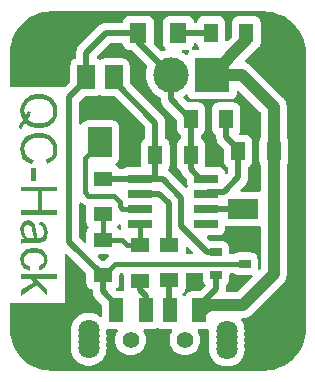
<source format=gbr>
%TF.GenerationSoftware,KiCad,Pcbnew,8.0.7*%
%TF.CreationDate,2025-05-21T10:55:58+00:00*%
%TF.ProjectId,QC-Hack_reDesign,51432d48-6163-46b5-9f72-654465736967,v1*%
%TF.SameCoordinates,Original*%
%TF.FileFunction,Copper,L1,Top*%
%TF.FilePolarity,Positive*%
%FSLAX46Y46*%
G04 Gerber Fmt 4.6, Leading zero omitted, Abs format (unit mm)*
G04 Created by KiCad (PCBNEW 8.0.7) date 2025-05-21 10:55:58*
%MOMM*%
%LPD*%
G01*
G04 APERTURE LIST*
%ADD10C,0.187500*%
%TA.AperFunction,NonConductor*%
%ADD11C,0.187500*%
%TD*%
%TA.AperFunction,ComponentPad*%
%ADD12C,1.400000*%
%TD*%
%TA.AperFunction,SMDPad,CuDef*%
%ADD13R,1.200000X2.000000*%
%TD*%
%TA.AperFunction,ComponentPad*%
%ADD14C,1.800000*%
%TD*%
%TA.AperFunction,SMDPad,CuDef*%
%ADD15R,1.600000X1.200000*%
%TD*%
%TA.AperFunction,SMDPad,CuDef*%
%ADD16R,1.200000X1.600000*%
%TD*%
%TA.AperFunction,SMDPad,CuDef*%
%ADD17R,2.500000X1.700000*%
%TD*%
%TA.AperFunction,SMDPad,CuDef*%
%ADD18R,1.400000X1.700000*%
%TD*%
%TA.AperFunction,ComponentPad*%
%ADD19R,3.000000X3.000000*%
%TD*%
%TA.AperFunction,ComponentPad*%
%ADD20C,3.000000*%
%TD*%
%TA.AperFunction,SMDPad,CuDef*%
%ADD21R,2.000000X0.800000*%
%TD*%
%TA.AperFunction,SMDPad,CuDef*%
%ADD22R,1.500000X2.000000*%
%TD*%
%TA.AperFunction,SMDPad,CuDef*%
%ADD23R,2.000000X2.500000*%
%TD*%
%TA.AperFunction,SMDPad,CuDef*%
%ADD24R,1.000000X0.700000*%
%TD*%
%TA.AperFunction,Conductor*%
%ADD25C,0.500000*%
%TD*%
%TA.AperFunction,Conductor*%
%ADD26C,0.400000*%
%TD*%
%TA.AperFunction,Conductor*%
%ADD27C,1.000000*%
%TD*%
G04 APERTURE END LIST*
D10*
D11*
G36*
X27148945Y-29938079D02*
G01*
X27308880Y-29957167D01*
X27463148Y-29988981D01*
X27611748Y-30033520D01*
X27754682Y-30090784D01*
X27801067Y-30112700D01*
X27933096Y-30186228D01*
X28071501Y-30285619D01*
X28193077Y-30399666D01*
X28297823Y-30528370D01*
X28362337Y-30629274D01*
X28437425Y-30779560D01*
X28494071Y-30937420D01*
X28532274Y-31102854D01*
X28550340Y-31250682D01*
X28555045Y-31378122D01*
X28548012Y-31532107D01*
X28526915Y-31680270D01*
X28491753Y-31822611D01*
X28432953Y-31981317D01*
X28355010Y-32132100D01*
X28259851Y-32271562D01*
X28149405Y-32395668D01*
X28023672Y-32504416D01*
X27882652Y-32597806D01*
X27795205Y-32644277D01*
X27657321Y-32704289D01*
X27512945Y-32751885D01*
X27362077Y-32787065D01*
X27204718Y-32809828D01*
X27040867Y-32820175D01*
X26984808Y-32820865D01*
X26824288Y-32815430D01*
X26670991Y-32799126D01*
X26524917Y-32771953D01*
X26366819Y-32727589D01*
X26309965Y-32707292D01*
X26165342Y-32643316D01*
X26030429Y-32564959D01*
X25905224Y-32472223D01*
X25789727Y-32365108D01*
X25699510Y-32501578D01*
X25622299Y-32632554D01*
X25550982Y-32773332D01*
X25506894Y-32878018D01*
X25225526Y-32760781D01*
X25284371Y-32618519D01*
X25356399Y-32476397D01*
X25441610Y-32334415D01*
X25525141Y-32212827D01*
X25602149Y-32111584D01*
X25528488Y-31961397D01*
X25472920Y-31804479D01*
X25435443Y-31640828D01*
X25417720Y-31495199D01*
X25413483Y-31380321D01*
X25753091Y-31380321D01*
X25764528Y-31537388D01*
X25798841Y-31687654D01*
X25834424Y-31784054D01*
X25916512Y-31652669D01*
X25980417Y-31516436D01*
X26022735Y-31388381D01*
X26304103Y-31485101D01*
X26256198Y-31630874D01*
X26190115Y-31783133D01*
X26111942Y-31920096D01*
X26021679Y-32041763D01*
X26009546Y-32055896D01*
X26118961Y-32157430D01*
X26244334Y-32241755D01*
X26385663Y-32308870D01*
X26542949Y-32358776D01*
X26716192Y-32391474D01*
X26866276Y-32405241D01*
X26985540Y-32408339D01*
X27142975Y-32402378D01*
X27291503Y-32384496D01*
X27450345Y-32349463D01*
X27597555Y-32298859D01*
X27632540Y-32283775D01*
X27763240Y-32214257D01*
X27891666Y-32118752D01*
X28000387Y-32004932D01*
X28061919Y-31918876D01*
X28135946Y-31779405D01*
X28185747Y-31630544D01*
X28211320Y-31472294D01*
X28215059Y-31380321D01*
X28204188Y-31217818D01*
X28171576Y-31066083D01*
X28117222Y-30925116D01*
X28041127Y-30794916D01*
X27943291Y-30675484D01*
X27905847Y-30638066D01*
X27779452Y-30537963D01*
X27631624Y-30458571D01*
X27492062Y-30408232D01*
X27337616Y-30372275D01*
X27168287Y-30350701D01*
X26984075Y-30343510D01*
X26804907Y-30350629D01*
X26639263Y-30371989D01*
X26487143Y-30407588D01*
X26348547Y-30457426D01*
X26200084Y-30536028D01*
X26071095Y-30635136D01*
X25963023Y-30750188D01*
X25877311Y-30876627D01*
X25813959Y-31014451D01*
X25772966Y-31163662D01*
X25754333Y-31324258D01*
X25753091Y-31380321D01*
X25413483Y-31380321D01*
X25413105Y-31370062D01*
X25420086Y-31218868D01*
X25441029Y-31073032D01*
X25483108Y-30909663D01*
X25544192Y-30753586D01*
X25611674Y-30625610D01*
X25706548Y-30487079D01*
X25816778Y-30363205D01*
X25942366Y-30253986D01*
X26083311Y-30159423D01*
X26170746Y-30111967D01*
X26309155Y-30050710D01*
X26454003Y-30002127D01*
X26605291Y-29966217D01*
X26763020Y-29942982D01*
X26927188Y-29932420D01*
X26983342Y-29931716D01*
X27148945Y-29938079D01*
G37*
G36*
X26538576Y-35496057D02*
G01*
X26437459Y-35896127D01*
X26287093Y-35851841D01*
X26148318Y-35797752D01*
X25997090Y-35719905D01*
X25862554Y-35627942D01*
X25744710Y-35521863D01*
X25675422Y-35443300D01*
X25586275Y-35315900D01*
X25515572Y-35178247D01*
X25463314Y-35030342D01*
X25429500Y-34872184D01*
X25414130Y-34703774D01*
X25413105Y-34645359D01*
X25417989Y-34497085D01*
X25436742Y-34330916D01*
X25469560Y-34177575D01*
X25516443Y-34037063D01*
X25588917Y-33889346D01*
X25613140Y-33850348D01*
X25709210Y-33723649D01*
X25822391Y-33610904D01*
X25952682Y-33512113D01*
X26100084Y-33427278D01*
X26191995Y-33385066D01*
X26336286Y-33330781D01*
X26484491Y-33287727D01*
X26636613Y-33255905D01*
X26792650Y-33235314D01*
X26952602Y-33225955D01*
X27006789Y-33225331D01*
X27180566Y-33231668D01*
X27345791Y-33250679D01*
X27502463Y-33282364D01*
X27650583Y-33326722D01*
X27790151Y-33383755D01*
X27834773Y-33405582D01*
X27981152Y-33491735D01*
X28111263Y-33592474D01*
X28225105Y-33707798D01*
X28322678Y-33837709D01*
X28371130Y-33918492D01*
X28442792Y-34067507D01*
X28496853Y-34222832D01*
X28533313Y-34384469D01*
X28552171Y-34552417D01*
X28555045Y-34651221D01*
X28546827Y-34816231D01*
X28522175Y-34971091D01*
X28481088Y-35115802D01*
X28412381Y-35271804D01*
X28321304Y-35413991D01*
X28209927Y-35540295D01*
X28080317Y-35648647D01*
X27954711Y-35727233D01*
X27815710Y-35792629D01*
X27663314Y-35844836D01*
X27570258Y-35450628D01*
X27708954Y-35400228D01*
X27845997Y-35331466D01*
X27972800Y-35239877D01*
X28061186Y-35145812D01*
X28142330Y-35010773D01*
X28193420Y-34855698D01*
X28213706Y-34699000D01*
X28215059Y-34643161D01*
X28206995Y-34496325D01*
X28178029Y-34341823D01*
X28127997Y-34201516D01*
X28046531Y-34060642D01*
X27942635Y-33940117D01*
X27820539Y-33841501D01*
X27680244Y-33764794D01*
X27594438Y-33731646D01*
X27451510Y-33690293D01*
X27306292Y-33660755D01*
X27158785Y-33643032D01*
X27008988Y-33637124D01*
X26843499Y-33642489D01*
X26687477Y-33658582D01*
X26540922Y-33685405D01*
X26385023Y-33729197D01*
X26329748Y-33749232D01*
X26194148Y-33813391D01*
X26063384Y-33904073D01*
X25955687Y-34014345D01*
X25896706Y-34098743D01*
X25827283Y-34235355D01*
X25780580Y-34378110D01*
X25756597Y-34527010D01*
X25753091Y-34612386D01*
X25765456Y-34773770D01*
X25802550Y-34922330D01*
X25864374Y-35058068D01*
X25950928Y-35180983D01*
X26061844Y-35288053D01*
X26196758Y-35376256D01*
X26334492Y-35437955D01*
X26490599Y-35485209D01*
X26538576Y-35496057D01*
G37*
G36*
X26350997Y-36179692D02*
G01*
X26726154Y-36179692D01*
X26726154Y-37319085D01*
X26350997Y-37319085D01*
X26350997Y-36179692D01*
G37*
G36*
X25460000Y-37781437D02*
G01*
X28508150Y-37781437D01*
X28508150Y-38181507D01*
X27241995Y-38181507D01*
X27241995Y-39751744D01*
X28508150Y-39751744D01*
X28508150Y-40151814D01*
X25460000Y-40151814D01*
X25460000Y-39751744D01*
X26890286Y-39751744D01*
X26890286Y-38181507D01*
X25460000Y-38181507D01*
X25460000Y-37781437D01*
G37*
G36*
X26192402Y-40642722D02*
G01*
X26334529Y-40695387D01*
X26342937Y-40699895D01*
X26464204Y-40784342D01*
X26558360Y-40891137D01*
X26633609Y-41025736D01*
X26681458Y-41158583D01*
X26711979Y-41306016D01*
X26734481Y-41461177D01*
X26737878Y-41488311D01*
X26758933Y-41648426D01*
X26785319Y-41814195D01*
X26817880Y-41975911D01*
X26857576Y-42122479D01*
X26866838Y-42149965D01*
X26963558Y-42151430D01*
X27113619Y-42136695D01*
X27248741Y-42076836D01*
X27280830Y-42046650D01*
X27357183Y-41920563D01*
X27396215Y-41770768D01*
X27406127Y-41623866D01*
X27397540Y-41473756D01*
X27364567Y-41328951D01*
X27318199Y-41237718D01*
X27206143Y-41135107D01*
X27061103Y-41069098D01*
X27007522Y-41053070D01*
X27057348Y-40690369D01*
X27202200Y-40732070D01*
X27336718Y-40794547D01*
X27421514Y-40853035D01*
X27523987Y-40961880D01*
X27599687Y-41091762D01*
X27635471Y-41180565D01*
X27678439Y-41336216D01*
X27702024Y-41491692D01*
X27710647Y-41642999D01*
X27710942Y-41678087D01*
X27705667Y-41827244D01*
X27687435Y-41973532D01*
X27648366Y-42122064D01*
X27644263Y-42133112D01*
X27579969Y-42268532D01*
X27484174Y-42385080D01*
X27477934Y-42390300D01*
X27348078Y-42467683D01*
X27223677Y-42506071D01*
X27068061Y-42520883D01*
X26910479Y-42524317D01*
X26880027Y-42524389D01*
X26382505Y-42524389D01*
X26229269Y-42524961D01*
X26070038Y-42527160D01*
X25918258Y-42531808D01*
X25764929Y-42542341D01*
X25724515Y-42547836D01*
X25581254Y-42586556D01*
X25460000Y-42642358D01*
X25460000Y-42254745D01*
X25606059Y-42202838D01*
X25736971Y-42180739D01*
X25645459Y-42066082D01*
X25563084Y-41941403D01*
X25495943Y-41807563D01*
X25486378Y-41783600D01*
X25441727Y-41636803D01*
X25417684Y-41482174D01*
X25416884Y-41463398D01*
X25706196Y-41463398D01*
X25719488Y-41617614D01*
X25763888Y-41769334D01*
X25800718Y-41844417D01*
X25889601Y-41965522D01*
X26011016Y-42063216D01*
X26060837Y-42089881D01*
X26206402Y-42133007D01*
X26361340Y-42148498D01*
X26435994Y-42149965D01*
X26573747Y-42149965D01*
X26525275Y-42003891D01*
X26489898Y-41858696D01*
X26461423Y-41710989D01*
X26435261Y-41543998D01*
X26408849Y-41391293D01*
X26370106Y-41246029D01*
X26359790Y-41220132D01*
X26270829Y-41098380D01*
X26237424Y-41073586D01*
X26094356Y-41024099D01*
X26057906Y-41022295D01*
X25911799Y-41053935D01*
X25806580Y-41134403D01*
X25734527Y-41262892D01*
X25707765Y-41410974D01*
X25706196Y-41463398D01*
X25416884Y-41463398D01*
X25413105Y-41374738D01*
X25421625Y-41224977D01*
X25452228Y-41073314D01*
X25513260Y-40927544D01*
X25591158Y-40820062D01*
X25712101Y-40718053D01*
X25852364Y-40653825D01*
X26011947Y-40627378D01*
X26046182Y-40626622D01*
X26192402Y-40642722D01*
G37*
G36*
X26257208Y-44516678D02*
G01*
X26209581Y-44881577D01*
X26053839Y-44846384D01*
X25913596Y-44793380D01*
X25772294Y-44710994D01*
X25651233Y-44605344D01*
X25624131Y-44575296D01*
X25531807Y-44445145D01*
X25465861Y-44300889D01*
X25426294Y-44142528D01*
X25413311Y-43992392D01*
X25413105Y-43970062D01*
X25423460Y-43807809D01*
X25454527Y-43657920D01*
X25506305Y-43520396D01*
X25592888Y-43375579D01*
X25689540Y-43264845D01*
X25707662Y-43247592D01*
X25827386Y-43154959D01*
X25965090Y-43081492D01*
X26120775Y-43027190D01*
X26264247Y-42996578D01*
X26420206Y-42979276D01*
X26553963Y-42975017D01*
X26705482Y-42980627D01*
X26868171Y-43000777D01*
X27019685Y-43035582D01*
X27160026Y-43085041D01*
X27176782Y-43092254D01*
X27316614Y-43168233D01*
X27435232Y-43263454D01*
X27532637Y-43377919D01*
X27577585Y-43449825D01*
X27642049Y-43588317D01*
X27685416Y-43733417D01*
X27707686Y-43885124D01*
X27710942Y-43972260D01*
X27702281Y-44122136D01*
X27671175Y-44278139D01*
X27617445Y-44417838D01*
X27529958Y-44555512D01*
X27416156Y-44670357D01*
X27278360Y-44759351D01*
X27135730Y-44816756D01*
X27016315Y-44846406D01*
X26960628Y-44485903D01*
X27100190Y-44440786D01*
X27231417Y-44363354D01*
X27294019Y-44302721D01*
X27374487Y-44168372D01*
X27405141Y-44021191D01*
X27406127Y-43986915D01*
X27390130Y-43837404D01*
X27334831Y-43690858D01*
X27240035Y-43564921D01*
X27203893Y-43531158D01*
X27071532Y-43446504D01*
X26922639Y-43394515D01*
X26768241Y-43366981D01*
X26617983Y-43356720D01*
X26564221Y-43356036D01*
X26406235Y-43361986D01*
X26243472Y-43383970D01*
X26085878Y-43428930D01*
X25944823Y-43504800D01*
X25918688Y-43525296D01*
X25812814Y-43641102D01*
X25746153Y-43776943D01*
X25718704Y-43932819D01*
X25717920Y-43966399D01*
X25736467Y-44119963D01*
X25798420Y-44263300D01*
X25849811Y-44330565D01*
X25969269Y-44425430D01*
X26113892Y-44485959D01*
X26257208Y-44516678D01*
G37*
G36*
X25460000Y-45189323D02*
G01*
X28508150Y-45189323D01*
X28508150Y-45560083D01*
X26767187Y-45560083D01*
X27664047Y-46437892D01*
X27664047Y-46917829D01*
X26846322Y-46081053D01*
X25460000Y-47002826D01*
X25460000Y-46544870D01*
X26586936Y-45821667D01*
X26333412Y-45560083D01*
X25460000Y-45560083D01*
X25460000Y-45189323D01*
G37*
D12*
%TO.P,P1,*%
%TO.N,*%
X34750000Y-50750000D03*
X39350000Y-50750000D03*
D13*
%TO.P,P1,1,5V*%
%TO.N,VBUS*%
X40550000Y-48250000D03*
%TO.P,P1,2,D-*%
%TO.N,Net-(P1-D-)*%
X38050000Y-48250000D03*
%TO.P,P1,3,D+*%
%TO.N,Net-(P1-D+)*%
X36050000Y-48250000D03*
%TO.P,P1,4,GND*%
%TO.N,GND*%
X33550000Y-48250000D03*
D14*
%TO.P,P1,5,SHIELD*%
%TO.N,unconnected-(P1-SHIELD-Pad5)_1*%
X31200000Y-49950000D03*
%TO.N,unconnected-(P1-SHIELD-Pad5)_6*%
X31200000Y-50450000D03*
%TO.N,unconnected-(P1-SHIELD-Pad5)_5*%
X31200000Y-50950000D03*
%TO.N,unconnected-(P1-SHIELD-Pad5)_7*%
X31200000Y-51450000D03*
%TO.N,unconnected-(P1-SHIELD-Pad5)_4*%
X42900000Y-50000000D03*
%TO.N,unconnected-(P1-SHIELD-Pad5)_3*%
X42900000Y-50500000D03*
%TO.N,unconnected-(P1-SHIELD-Pad5)*%
X42900000Y-51000000D03*
%TO.N,unconnected-(P1-SHIELD-Pad5)_2*%
X42900000Y-51500000D03*
%TD*%
D15*
%TO.P,R3,1*%
%TO.N,D+*%
X35550000Y-42750000D03*
%TO.P,R3,2*%
%TO.N,Net-(P1-D+)*%
X35550000Y-45750000D03*
%TD*%
D16*
%TO.P,C1,1*%
%TO.N,+3.3V*%
X36850000Y-35100000D03*
%TO.P,C1,2*%
%TO.N,GND*%
X39850000Y-35100000D03*
%TD*%
D15*
%TO.P,R1,1*%
%TO.N,D+*%
X32400000Y-42300000D03*
%TO.P,R1,2*%
%TO.N,GND*%
X32400000Y-45300000D03*
%TD*%
D16*
%TO.P,R5,1*%
%TO.N,VBUS*%
X44550000Y-24750000D03*
%TO.P,R5,2*%
%TO.N,Net-(D1-A)*%
X41550000Y-24750000D03*
%TD*%
D17*
%TO.P,J4,1,Pin_1*%
%TO.N,UPDI*%
X44250000Y-39650000D03*
%TD*%
D18*
%TO.P,D1,1,K*%
%TO.N,GND*%
X35400000Y-24750000D03*
%TO.P,D1,2,A*%
%TO.N,Net-(D1-A)*%
X38800000Y-24750000D03*
%TD*%
D15*
%TO.P,R2,1*%
%TO.N,+3.3V*%
X32400000Y-37100000D03*
%TO.P,R2,2*%
%TO.N,D+*%
X32400000Y-40100000D03*
%TD*%
D19*
%TO.P,J2,1,Pin_1*%
%TO.N,VBUS*%
X41650000Y-28300000D03*
D20*
%TO.P,J2,2,Pin_2*%
%TO.N,GND*%
X38150000Y-28300000D03*
%TD*%
D15*
%TO.P,R4,1*%
%TO.N,D-*%
X38000000Y-42700000D03*
%TO.P,R4,2*%
%TO.N,Net-(P1-D-)*%
X38000000Y-45700000D03*
%TD*%
D16*
%TO.P,R6,1*%
%TO.N,VBUS*%
X46850000Y-34800000D03*
%TO.P,R6,2*%
%TO.N,SENSE*%
X43850000Y-34800000D03*
%TD*%
D21*
%TO.P,U1,1,VCC*%
%TO.N,+3.3V*%
X35550000Y-37100000D03*
%TO.P,U1,2,DAC*%
%TO.N,D-*%
X35550000Y-38370000D03*
%TO.P,U1,3,PA7*%
%TO.N,REG*%
X35550000Y-39640000D03*
%TO.P,U1,4,PA1*%
%TO.N,D+*%
X35550000Y-40910000D03*
%TO.P,U1,5,PA2*%
%TO.N,unconnected-(U1-PA2-Pad5)*%
X41150000Y-40910000D03*
%TO.P,U1,6,UPDI*%
%TO.N,UPDI*%
X41150000Y-39640000D03*
%TO.P,U1,7,PA3*%
%TO.N,SENSE*%
X41150000Y-38370000D03*
%TO.P,U1,8,GND*%
%TO.N,GND*%
X41150000Y-37100000D03*
%TD*%
D22*
%TO.P,RV1,1,1*%
%TO.N,GND*%
X30995000Y-28525000D03*
D23*
%TO.P,RV1,2,2*%
%TO.N,REG*%
X32155000Y-34025000D03*
D22*
%TO.P,RV1,3,3*%
%TO.N,+3.3V*%
X33305000Y-28525000D03*
%TD*%
D16*
%TO.P,R7,1*%
%TO.N,SENSE*%
X42850000Y-32050000D03*
%TO.P,R7,2*%
%TO.N,GND*%
X39850000Y-32050000D03*
%TD*%
D24*
%TO.P,U3,1,VO*%
%TO.N,+3.3V*%
X42000000Y-43350000D03*
%TO.P,U3,2,VI*%
%TO.N,VBUS*%
X42000000Y-45250000D03*
%TO.P,U3,3,GND*%
%TO.N,GND*%
X44400000Y-44300000D03*
%TD*%
D25*
%TO.N,+3.3V*%
X41250000Y-43350000D02*
X39050000Y-41150000D01*
X33305000Y-28805000D02*
X36850000Y-32350000D01*
X36850000Y-35100000D02*
X36850000Y-37100000D01*
X42000000Y-43350000D02*
X41250000Y-43350000D01*
X33305000Y-28525000D02*
X33305000Y-28805000D01*
X36850000Y-37100000D02*
X35550000Y-37100000D01*
X39050000Y-38700000D02*
X37450000Y-37100000D01*
X36850000Y-32350000D02*
X36850000Y-35100000D01*
X32400000Y-37100000D02*
X35550000Y-37100000D01*
X39050000Y-41150000D02*
X39050000Y-38700000D01*
X37450000Y-37100000D02*
X36850000Y-37100000D01*
%TO.N,GND*%
X40650000Y-37100000D02*
X39850000Y-36300000D01*
X35400000Y-25550000D02*
X35400000Y-24750000D01*
X29550000Y-42450000D02*
X32400000Y-45300000D01*
X39850000Y-36300000D02*
X39850000Y-35100000D01*
D26*
X33400000Y-44300000D02*
X32400000Y-45300000D01*
D25*
X38150000Y-30400000D02*
X38150000Y-28300000D01*
X30995000Y-28525000D02*
X30995000Y-28755000D01*
X39850000Y-32050000D02*
X39800000Y-32050000D01*
X32400000Y-46650000D02*
X32400000Y-45300000D01*
X41150000Y-37100000D02*
X40650000Y-37100000D01*
X30995000Y-28525000D02*
X30995000Y-26455000D01*
X33550000Y-48250000D02*
X33550000Y-47800000D01*
D26*
X44400000Y-44300000D02*
X33400000Y-44300000D01*
D25*
X29550000Y-30200000D02*
X29550000Y-42450000D01*
X39800000Y-32050000D02*
X38150000Y-30400000D01*
X30995000Y-26455000D02*
X32700000Y-24750000D01*
X38150000Y-28300000D02*
X35400000Y-25550000D01*
X39850000Y-32050000D02*
X39850000Y-35100000D01*
X30995000Y-28755000D02*
X29550000Y-30200000D01*
X32700000Y-24750000D02*
X35400000Y-24750000D01*
X33550000Y-47800000D02*
X32400000Y-46650000D01*
%TO.N,Net-(D1-A)*%
X41550000Y-24750000D02*
X38800000Y-24750000D01*
D26*
%TO.N,Net-(P1-D-)*%
X38000000Y-48200000D02*
X38050000Y-48250000D01*
D25*
X38000000Y-45700000D02*
X38000000Y-48200000D01*
%TO.N,Net-(P1-D+)*%
X35550000Y-46500000D02*
X35550000Y-45750000D01*
X36050000Y-48250000D02*
X36050000Y-47000000D01*
X36050000Y-47000000D02*
X35550000Y-46500000D01*
%TO.N,UPDI*%
X44240000Y-39640000D02*
X44250000Y-39650000D01*
X41150000Y-39640000D02*
X44240000Y-39640000D01*
D27*
%TO.N,VBUS*%
X46850000Y-34800000D02*
X46850000Y-31000000D01*
X46850000Y-45200000D02*
X44250000Y-47800000D01*
X44550000Y-25400000D02*
X44550000Y-24750000D01*
D25*
X40550000Y-48250000D02*
X40550000Y-47900000D01*
D27*
X40900000Y-48250000D02*
X40550000Y-48250000D01*
X46850000Y-34800000D02*
X46850000Y-45200000D01*
X46850000Y-31000000D02*
X44150000Y-28300000D01*
X41650000Y-28300000D02*
X44550000Y-25400000D01*
X41350000Y-47800000D02*
X40900000Y-48250000D01*
X44150000Y-28300000D02*
X41650000Y-28300000D01*
D25*
X42000000Y-46450000D02*
X42000000Y-45250000D01*
D27*
X44250000Y-47800000D02*
X41350000Y-47800000D01*
D25*
X40550000Y-47900000D02*
X42000000Y-46450000D01*
D26*
%TO.N,D+*%
X32400000Y-40100000D02*
X32400000Y-42300000D01*
X34000000Y-42300000D02*
X34450000Y-42750000D01*
X32400000Y-42300000D02*
X34000000Y-42300000D01*
X34450000Y-42750000D02*
X35550000Y-42750000D01*
X35550000Y-42750000D02*
X35550000Y-40910000D01*
D25*
%TO.N,D-*%
X38000000Y-42700000D02*
X38000000Y-39200000D01*
X38000000Y-39200000D02*
X37170000Y-38370000D01*
X37170000Y-38370000D02*
X35550000Y-38370000D01*
%TO.N,SENSE*%
X43850000Y-34800000D02*
X43850000Y-37000000D01*
X42650000Y-38200000D02*
X41320000Y-38200000D01*
X41320000Y-38200000D02*
X41150000Y-38370000D01*
X42850000Y-33600000D02*
X42850000Y-32050000D01*
X43850000Y-34800000D02*
X43850000Y-34600000D01*
X43850000Y-34600000D02*
X42850000Y-33600000D01*
X43850000Y-37000000D02*
X42650000Y-38200000D01*
D26*
%TO.N,REG*%
X35550000Y-39640000D02*
X34040000Y-39640000D01*
X31150000Y-38550000D02*
X30850000Y-38250000D01*
X30850000Y-38250000D02*
X30850000Y-35330000D01*
X33300000Y-38550000D02*
X31150000Y-38550000D01*
X33850000Y-39450000D02*
X33850000Y-39100000D01*
X33850000Y-39100000D02*
X33300000Y-38550000D01*
X34040000Y-39640000D02*
X33850000Y-39450000D01*
X30850000Y-35330000D02*
X32155000Y-34025000D01*
%TD*%
%TA.AperFunction,NonConductor*%
G36*
X40309261Y-25620185D02*
G01*
X40355016Y-25672989D01*
X40362487Y-25699009D01*
X40362853Y-25698912D01*
X40364956Y-25706762D01*
X40425464Y-25852841D01*
X40521718Y-25978282D01*
X40521720Y-25978283D01*
X40521722Y-25978286D01*
X40527465Y-25984029D01*
X40526184Y-25985309D01*
X40561410Y-26033543D01*
X40565570Y-26103289D01*
X40531362Y-26164212D01*
X40469648Y-26196969D01*
X40444724Y-26199500D01*
X40110643Y-26199500D01*
X40058443Y-26206372D01*
X39989408Y-26195604D01*
X39937154Y-26149223D01*
X39918270Y-26081953D01*
X39938752Y-26015153D01*
X39943871Y-26007964D01*
X40024536Y-25902841D01*
X40085044Y-25756762D01*
X40091422Y-25708314D01*
X40119688Y-25644418D01*
X40178013Y-25605947D01*
X40214361Y-25600500D01*
X40242222Y-25600500D01*
X40309261Y-25620185D01*
G37*
%TD.AperFunction*%
%TA.AperFunction,NonConductor*%
G36*
X39660589Y-26204394D02*
G01*
X39712844Y-26250774D01*
X39731729Y-26318043D01*
X39711248Y-26384843D01*
X39706114Y-26392053D01*
X39625464Y-26497157D01*
X39597649Y-26564310D01*
X39553808Y-26618713D01*
X39487514Y-26640778D01*
X39419814Y-26623499D01*
X39404833Y-26613045D01*
X39364153Y-26579949D01*
X39364149Y-26579946D01*
X39155480Y-26453051D01*
X39118625Y-26430639D01*
X39118624Y-26430638D01*
X39118309Y-26430447D01*
X39071257Y-26378795D01*
X39059600Y-26309905D01*
X39087038Y-26245648D01*
X39144860Y-26206426D01*
X39182738Y-26200499D01*
X39539361Y-26200499D01*
X39566175Y-26196969D01*
X39591553Y-26193628D01*
X39660589Y-26204394D01*
G37*
%TD.AperFunction*%
%TA.AperFunction,NonConductor*%
G36*
X32208127Y-30017913D02*
G01*
X32225481Y-30029065D01*
X32252159Y-30049536D01*
X32252162Y-30049537D01*
X32252163Y-30049538D01*
X32325198Y-30079790D01*
X32398238Y-30110044D01*
X32515639Y-30125500D01*
X33371348Y-30125499D01*
X33438387Y-30145183D01*
X33459029Y-30161818D01*
X35963181Y-32665969D01*
X35996666Y-32727292D01*
X35999500Y-32753650D01*
X35999500Y-33674151D01*
X35979815Y-33741190D01*
X35950987Y-33772527D01*
X35821718Y-33871718D01*
X35725463Y-33997160D01*
X35664956Y-34143237D01*
X35664955Y-34143239D01*
X35649501Y-34260629D01*
X35649501Y-34260636D01*
X35649500Y-34260645D01*
X35649500Y-35939359D01*
X35652128Y-35959320D01*
X35641359Y-36028355D01*
X35594977Y-36080609D01*
X35529188Y-36099500D01*
X34510636Y-36099500D01*
X34393246Y-36114953D01*
X34393237Y-36114956D01*
X34247157Y-36175464D01*
X34184067Y-36223876D01*
X34118898Y-36249070D01*
X34108581Y-36249500D01*
X33825849Y-36249500D01*
X33758810Y-36229815D01*
X33727473Y-36200987D01*
X33714362Y-36183900D01*
X33628282Y-36071718D01*
X33502841Y-35975464D01*
X33502839Y-35975463D01*
X33496392Y-35970516D01*
X33498007Y-35968411D01*
X33458833Y-35927330D01*
X33445606Y-35858724D01*
X33471570Y-35793858D01*
X33493555Y-35772131D01*
X33583282Y-35703282D01*
X33679536Y-35577841D01*
X33740044Y-35431762D01*
X33755500Y-35314361D01*
X33755499Y-32735640D01*
X33755499Y-32735639D01*
X33755499Y-32735636D01*
X33740046Y-32618246D01*
X33740044Y-32618241D01*
X33740044Y-32618238D01*
X33679536Y-32472159D01*
X33583282Y-32346718D01*
X33457841Y-32250464D01*
X33311762Y-32189956D01*
X33311760Y-32189955D01*
X33194370Y-32174501D01*
X33194367Y-32174500D01*
X33194361Y-32174500D01*
X33194354Y-32174500D01*
X31115636Y-32174500D01*
X30998246Y-32189953D01*
X30998237Y-32189956D01*
X30852160Y-32250463D01*
X30831608Y-32266233D01*
X30726718Y-32346718D01*
X30648816Y-32448243D01*
X30625516Y-32478608D01*
X30623866Y-32477342D01*
X30581314Y-32517912D01*
X30512706Y-32531131D01*
X30447843Y-32505159D01*
X30407318Y-32448243D01*
X30400500Y-32407693D01*
X30400500Y-30603650D01*
X30420185Y-30536611D01*
X30436815Y-30515973D01*
X30790970Y-30161817D01*
X30852293Y-30128333D01*
X30878651Y-30125499D01*
X31784363Y-30125499D01*
X31901753Y-30110046D01*
X31901757Y-30110044D01*
X31901762Y-30110044D01*
X32047836Y-30049538D01*
X32047837Y-30049538D01*
X32047837Y-30049537D01*
X32047841Y-30049536D01*
X32074514Y-30029068D01*
X32139682Y-30003875D01*
X32208127Y-30017913D01*
G37*
%TD.AperFunction*%
%TA.AperFunction,NonConductor*%
G36*
X34052678Y-25620185D02*
G01*
X34098433Y-25672989D01*
X34108578Y-25708317D01*
X34114953Y-25756753D01*
X34114956Y-25756762D01*
X34175464Y-25902841D01*
X34271718Y-26028282D01*
X34397159Y-26124536D01*
X34543238Y-26185044D01*
X34660639Y-26200500D01*
X34796347Y-26200499D01*
X34863387Y-26220183D01*
X34884029Y-26236818D01*
X36134533Y-27487322D01*
X36168018Y-27548645D01*
X36163693Y-27616527D01*
X36122665Y-27731970D01*
X36064201Y-28013319D01*
X36044592Y-28300000D01*
X36064201Y-28586680D01*
X36122666Y-28868034D01*
X36122667Y-28868037D01*
X36218894Y-29138793D01*
X36218893Y-29138793D01*
X36351098Y-29393935D01*
X36516812Y-29628700D01*
X36554005Y-29668523D01*
X36712947Y-29838708D01*
X36935853Y-30020055D01*
X37181375Y-30169361D01*
X37224900Y-30188266D01*
X37278548Y-30233029D01*
X37299478Y-30299689D01*
X37299500Y-30302001D01*
X37299500Y-30483771D01*
X37332183Y-30648079D01*
X37332771Y-30649498D01*
X37332779Y-30649518D01*
X37396292Y-30802856D01*
X37396299Y-30802869D01*
X37489372Y-30942161D01*
X37489375Y-30942165D01*
X38613181Y-32065969D01*
X38646666Y-32127292D01*
X38649500Y-32153650D01*
X38649500Y-32889363D01*
X38664953Y-33006753D01*
X38664956Y-33006762D01*
X38725464Y-33152841D01*
X38821718Y-33278282D01*
X38947159Y-33374536D01*
X38947160Y-33374536D01*
X38950986Y-33377472D01*
X38992189Y-33433900D01*
X38999500Y-33475848D01*
X38999500Y-33674151D01*
X38979815Y-33741190D01*
X38950987Y-33772527D01*
X38821718Y-33871718D01*
X38725463Y-33997160D01*
X38664956Y-34143237D01*
X38664955Y-34143239D01*
X38649501Y-34260629D01*
X38649501Y-34260636D01*
X38649500Y-34260645D01*
X38649500Y-35939363D01*
X38664953Y-36056753D01*
X38664956Y-36056762D01*
X38689059Y-36114953D01*
X38725464Y-36202841D01*
X38821718Y-36328282D01*
X38947159Y-36424536D01*
X38947160Y-36424536D01*
X38947161Y-36424537D01*
X38951801Y-36426459D01*
X39006205Y-36470299D01*
X39025966Y-36516827D01*
X39031218Y-36543231D01*
X39032181Y-36548073D01*
X39032185Y-36548086D01*
X39096296Y-36702863D01*
X39096297Y-36702866D01*
X39189372Y-36842161D01*
X39189375Y-36842165D01*
X39513181Y-37165970D01*
X39546666Y-37227293D01*
X39549500Y-37253651D01*
X39549500Y-37539363D01*
X39564954Y-37656755D01*
X39564955Y-37656760D01*
X39577705Y-37687541D01*
X39585174Y-37757011D01*
X39553898Y-37819490D01*
X39493809Y-37855142D01*
X39423984Y-37852647D01*
X39375463Y-37822674D01*
X37992165Y-36439375D01*
X37992159Y-36439370D01*
X37970608Y-36424970D01*
X37925804Y-36371358D01*
X37917097Y-36302033D01*
X37941122Y-36246385D01*
X37974536Y-36202841D01*
X38035044Y-36056762D01*
X38050500Y-35939361D01*
X38050499Y-34260640D01*
X38050499Y-34260639D01*
X38050499Y-34260636D01*
X38035046Y-34143246D01*
X38035044Y-34143239D01*
X38035044Y-34143238D01*
X37974536Y-33997159D01*
X37878282Y-33871718D01*
X37752841Y-33775464D01*
X37752840Y-33775463D01*
X37749013Y-33772527D01*
X37707811Y-33716099D01*
X37700500Y-33674151D01*
X37700500Y-32266232D01*
X37700499Y-32266228D01*
X37685327Y-32189953D01*
X37667816Y-32101918D01*
X37633832Y-32019873D01*
X37633832Y-32019872D01*
X37603707Y-31947143D01*
X37603705Y-31947140D01*
X37603704Y-31947137D01*
X37510626Y-31807838D01*
X37510622Y-31807834D01*
X37510620Y-31807831D01*
X34691818Y-28989029D01*
X34658333Y-28927706D01*
X34655499Y-28901348D01*
X34655499Y-27485636D01*
X34640046Y-27368246D01*
X34640044Y-27368239D01*
X34640044Y-27368238D01*
X34579536Y-27222159D01*
X34483282Y-27096718D01*
X34357841Y-27000464D01*
X34211762Y-26939956D01*
X34211760Y-26939955D01*
X34094370Y-26924501D01*
X34094367Y-26924500D01*
X34094361Y-26924500D01*
X34094354Y-26924500D01*
X32515636Y-26924500D01*
X32398246Y-26939953D01*
X32398237Y-26939956D01*
X32252158Y-27000464D01*
X32225485Y-27020931D01*
X32160316Y-27046124D01*
X32091871Y-27032085D01*
X32074515Y-27020931D01*
X32047841Y-27000464D01*
X31939620Y-26955637D01*
X31885217Y-26911796D01*
X31863152Y-26845501D01*
X31880431Y-26777802D01*
X31899388Y-26753399D01*
X33015969Y-25636819D01*
X33077292Y-25603334D01*
X33103650Y-25600500D01*
X33985639Y-25600500D01*
X34052678Y-25620185D01*
G37*
%TD.AperFunction*%
%TA.AperFunction,NonConductor*%
G36*
X43955701Y-29662490D02*
G01*
X43962180Y-29668523D01*
X45713181Y-31419523D01*
X45746666Y-31480846D01*
X45749500Y-31507204D01*
X45749500Y-33623742D01*
X45729815Y-33690781D01*
X45726073Y-33696103D01*
X45725465Y-33697156D01*
X45664956Y-33843237D01*
X45664955Y-33843239D01*
X45649501Y-33960629D01*
X45649501Y-33960636D01*
X45649500Y-33960645D01*
X45649500Y-35639363D01*
X45664953Y-35756753D01*
X45664957Y-35756765D01*
X45725461Y-35902836D01*
X45729526Y-35909876D01*
X45727783Y-35910882D01*
X45749069Y-35965932D01*
X45749500Y-35976257D01*
X45749500Y-38085770D01*
X45729815Y-38152809D01*
X45677011Y-38198564D01*
X45609315Y-38208709D01*
X45539371Y-38199501D01*
X45539366Y-38199500D01*
X45539361Y-38199500D01*
X45539354Y-38199500D01*
X44152650Y-38199500D01*
X44085611Y-38179815D01*
X44039856Y-38127011D01*
X44029912Y-38057853D01*
X44058937Y-37994297D01*
X44064969Y-37987819D01*
X44510620Y-37542168D01*
X44510620Y-37542167D01*
X44510626Y-37542162D01*
X44603704Y-37402863D01*
X44621235Y-37360536D01*
X44635759Y-37325474D01*
X44635759Y-37325472D01*
X44667816Y-37248082D01*
X44700500Y-37083767D01*
X44700500Y-36225848D01*
X44720185Y-36158809D01*
X44749014Y-36127472D01*
X44752839Y-36124536D01*
X44752841Y-36124536D01*
X44878282Y-36028282D01*
X44974536Y-35902841D01*
X45035044Y-35756762D01*
X45050500Y-35639361D01*
X45050499Y-33960640D01*
X45050499Y-33960639D01*
X45050499Y-33960636D01*
X45035046Y-33843246D01*
X45035044Y-33843239D01*
X45035044Y-33843238D01*
X44974536Y-33697159D01*
X44878282Y-33571718D01*
X44752841Y-33475464D01*
X44606762Y-33414956D01*
X44606760Y-33414955D01*
X44489370Y-33399501D01*
X44489367Y-33399500D01*
X44489361Y-33399500D01*
X44489354Y-33399500D01*
X44036715Y-33399500D01*
X43969676Y-33379815D01*
X43923921Y-33327011D01*
X43913977Y-33257853D01*
X43938338Y-33200015D01*
X43974536Y-33152841D01*
X44035044Y-33006762D01*
X44050500Y-32889361D01*
X44050499Y-31210640D01*
X44050499Y-31210639D01*
X44050499Y-31210636D01*
X44035046Y-31093246D01*
X44035044Y-31093239D01*
X44035044Y-31093238D01*
X43974536Y-30947159D01*
X43878282Y-30821718D01*
X43752841Y-30725464D01*
X43606762Y-30664956D01*
X43606760Y-30664955D01*
X43489370Y-30649501D01*
X43489367Y-30649500D01*
X43489361Y-30649500D01*
X43489354Y-30649500D01*
X42210636Y-30649500D01*
X42093246Y-30664953D01*
X42093237Y-30664956D01*
X41947160Y-30725463D01*
X41821718Y-30821718D01*
X41725463Y-30947160D01*
X41664956Y-31093237D01*
X41664955Y-31093239D01*
X41649501Y-31210629D01*
X41649501Y-31210636D01*
X41649500Y-31210645D01*
X41649500Y-32889363D01*
X41664953Y-33006753D01*
X41664956Y-33006762D01*
X41725464Y-33152841D01*
X41821718Y-33278282D01*
X41947159Y-33374536D01*
X41947160Y-33374536D01*
X41950986Y-33377472D01*
X41992189Y-33433900D01*
X41999500Y-33475848D01*
X41999500Y-33683771D01*
X42032182Y-33848074D01*
X42032185Y-33848086D01*
X42050961Y-33893414D01*
X42050962Y-33893416D01*
X42096296Y-34002863D01*
X42096297Y-34002866D01*
X42189372Y-34142161D01*
X42189375Y-34142165D01*
X42613181Y-34565970D01*
X42646666Y-34627293D01*
X42649500Y-34653651D01*
X42649500Y-35639363D01*
X42664953Y-35756753D01*
X42664956Y-35756762D01*
X42714138Y-35875499D01*
X42725464Y-35902841D01*
X42821718Y-36028282D01*
X42947159Y-36124536D01*
X42947160Y-36124536D01*
X42950986Y-36127472D01*
X42992189Y-36183900D01*
X42999500Y-36225848D01*
X42999500Y-36596349D01*
X42979815Y-36663388D01*
X42963175Y-36684036D01*
X42955757Y-36691453D01*
X42894432Y-36724934D01*
X42824741Y-36719945D01*
X42768810Y-36678070D01*
X42745143Y-36619950D01*
X42735045Y-36543245D01*
X42735044Y-36543244D01*
X42735044Y-36543238D01*
X42674536Y-36397159D01*
X42578282Y-36271718D01*
X42452841Y-36175464D01*
X42412632Y-36158809D01*
X42306762Y-36114956D01*
X42306760Y-36114955D01*
X42189370Y-36099501D01*
X42189367Y-36099500D01*
X42189361Y-36099500D01*
X42189354Y-36099500D01*
X41170812Y-36099500D01*
X41103773Y-36079815D01*
X41058018Y-36027011D01*
X41047873Y-35959314D01*
X41050499Y-35939368D01*
X41050500Y-35939361D01*
X41050499Y-34260640D01*
X41050499Y-34260639D01*
X41050499Y-34260636D01*
X41035046Y-34143246D01*
X41035044Y-34143239D01*
X41035044Y-34143238D01*
X40974536Y-33997159D01*
X40878282Y-33871718D01*
X40752841Y-33775464D01*
X40752840Y-33775463D01*
X40749013Y-33772527D01*
X40707811Y-33716099D01*
X40700500Y-33674151D01*
X40700500Y-33475848D01*
X40720185Y-33408809D01*
X40749014Y-33377472D01*
X40752839Y-33374536D01*
X40752841Y-33374536D01*
X40878282Y-33278282D01*
X40974536Y-33152841D01*
X41035044Y-33006762D01*
X41050500Y-32889361D01*
X41050499Y-31210640D01*
X41050499Y-31210639D01*
X41050499Y-31210636D01*
X41035046Y-31093246D01*
X41035044Y-31093239D01*
X41035044Y-31093238D01*
X40974536Y-30947159D01*
X40878282Y-30821718D01*
X40752841Y-30725464D01*
X40606762Y-30664956D01*
X40606760Y-30664955D01*
X40489370Y-30649501D01*
X40489367Y-30649500D01*
X40489361Y-30649500D01*
X40489354Y-30649500D01*
X39653651Y-30649500D01*
X39586612Y-30629815D01*
X39565970Y-30613181D01*
X39400868Y-30448079D01*
X39232429Y-30279641D01*
X39198945Y-30218319D01*
X39203929Y-30148628D01*
X39245800Y-30092694D01*
X39255675Y-30086017D01*
X39364147Y-30020055D01*
X39404833Y-29986953D01*
X39469256Y-29959916D01*
X39538073Y-29972000D01*
X39589432Y-30019371D01*
X39597648Y-30035688D01*
X39625464Y-30102841D01*
X39721718Y-30228282D01*
X39847159Y-30324536D01*
X39993238Y-30385044D01*
X40110639Y-30400500D01*
X43189360Y-30400499D01*
X43189363Y-30400499D01*
X43306753Y-30385046D01*
X43306757Y-30385044D01*
X43306762Y-30385044D01*
X43452841Y-30324536D01*
X43578282Y-30228282D01*
X43674536Y-30102841D01*
X43735044Y-29956762D01*
X43750500Y-29839361D01*
X43750499Y-29756202D01*
X43770183Y-29689166D01*
X43822986Y-29643410D01*
X43892145Y-29633466D01*
X43955701Y-29662490D01*
G37*
%TD.AperFunction*%
%TA.AperFunction,NonConductor*%
G36*
X33914218Y-40988321D02*
G01*
X33946971Y-41050038D01*
X33949500Y-41074953D01*
X33949500Y-41325046D01*
X33929815Y-41392085D01*
X33877011Y-41437840D01*
X33807853Y-41447784D01*
X33744297Y-41418759D01*
X33727124Y-41400532D01*
X33724534Y-41397157D01*
X33631172Y-41275485D01*
X33605979Y-41210317D01*
X33620017Y-41141872D01*
X33631173Y-41124514D01*
X33724536Y-41002841D01*
X33724537Y-41002838D01*
X33727124Y-40999467D01*
X33783551Y-40958264D01*
X33853297Y-40954109D01*
X33914218Y-40988321D01*
G37*
%TD.AperFunction*%
%TA.AperFunction,NonConductor*%
G36*
X30605703Y-39138227D02*
G01*
X30612168Y-39144246D01*
X30632823Y-39164901D01*
X30639712Y-39171790D01*
X30770814Y-39259390D01*
X30770827Y-39259397D01*
X30922131Y-39322068D01*
X30921340Y-39323976D01*
X30971903Y-39357103D01*
X31000367Y-39420912D01*
X31000418Y-39453661D01*
X30999501Y-39460623D01*
X30999500Y-39460645D01*
X30999500Y-40739363D01*
X31014953Y-40856753D01*
X31014956Y-40856762D01*
X31075464Y-41002842D01*
X31168826Y-41124514D01*
X31194020Y-41189683D01*
X31179981Y-41258128D01*
X31168826Y-41275486D01*
X31075464Y-41397157D01*
X31014956Y-41543237D01*
X31014955Y-41543239D01*
X30999501Y-41660629D01*
X30999500Y-41660645D01*
X30999500Y-42397349D01*
X30979815Y-42464388D01*
X30927011Y-42510143D01*
X30857853Y-42520087D01*
X30794297Y-42491062D01*
X30787819Y-42485030D01*
X30436819Y-42134030D01*
X30403334Y-42072707D01*
X30400500Y-42046349D01*
X30400500Y-39231940D01*
X30420185Y-39164901D01*
X30472989Y-39119146D01*
X30542147Y-39109202D01*
X30605703Y-39138227D01*
G37*
%TD.AperFunction*%
%TA.AperFunction,NonConductor*%
G36*
X39605701Y-42908937D02*
G01*
X39612180Y-42914969D01*
X39985030Y-43287819D01*
X40018515Y-43349142D01*
X40013531Y-43418834D01*
X39971659Y-43474767D01*
X39906195Y-43499184D01*
X39897349Y-43499500D01*
X39520812Y-43499500D01*
X39453773Y-43479815D01*
X39408018Y-43427011D01*
X39397873Y-43359314D01*
X39400500Y-43339361D01*
X39400499Y-43002648D01*
X39420183Y-42935611D01*
X39472987Y-42889856D01*
X39542146Y-42879912D01*
X39605701Y-42908937D01*
G37*
%TD.AperFunction*%
%TA.AperFunction,NonConductor*%
G36*
X32835099Y-43520184D02*
G01*
X32880854Y-43572988D01*
X32890798Y-43642146D01*
X32861773Y-43705702D01*
X32855741Y-43712180D01*
X32523036Y-44044885D01*
X32461713Y-44078370D01*
X32392021Y-44073386D01*
X32347674Y-44044885D01*
X32014969Y-43712180D01*
X31981484Y-43650857D01*
X31986468Y-43581165D01*
X32028340Y-43525232D01*
X32093804Y-43500815D01*
X32102650Y-43500499D01*
X32768060Y-43500499D01*
X32835099Y-43520184D01*
G37*
%TD.AperFunction*%
%TA.AperFunction,NonConductor*%
G36*
X45678351Y-41102056D02*
G01*
X45730606Y-41148437D01*
X45749500Y-41214229D01*
X45749500Y-44692796D01*
X45729815Y-44759835D01*
X45713143Y-44780514D01*
X45712112Y-44781546D01*
X45650772Y-44815001D01*
X45581083Y-44809983D01*
X45525170Y-44768084D01*
X45500785Y-44702608D01*
X45500767Y-44693420D01*
X45500500Y-44693420D01*
X45500499Y-43910636D01*
X45485046Y-43793246D01*
X45485044Y-43793241D01*
X45485044Y-43793238D01*
X45424536Y-43647159D01*
X45328282Y-43521718D01*
X45202841Y-43425464D01*
X45056762Y-43364956D01*
X45056760Y-43364955D01*
X44939370Y-43349501D01*
X44939367Y-43349500D01*
X44939361Y-43349500D01*
X44939354Y-43349500D01*
X43860636Y-43349500D01*
X43743246Y-43364953D01*
X43743237Y-43364956D01*
X43597157Y-43425464D01*
X43534067Y-43473876D01*
X43468898Y-43499070D01*
X43458581Y-43499500D01*
X43224500Y-43499500D01*
X43157461Y-43479815D01*
X43111706Y-43427011D01*
X43100500Y-43375500D01*
X43100499Y-42960636D01*
X43085046Y-42843246D01*
X43085044Y-42843241D01*
X43085044Y-42843238D01*
X43024536Y-42697159D01*
X42928282Y-42571718D01*
X42802841Y-42475464D01*
X42776101Y-42464388D01*
X42656762Y-42414956D01*
X42656760Y-42414955D01*
X42539370Y-42399501D01*
X42539367Y-42399500D01*
X42539361Y-42399500D01*
X42539354Y-42399500D01*
X41553651Y-42399500D01*
X41486612Y-42379815D01*
X41465970Y-42363181D01*
X41224969Y-42122180D01*
X41191484Y-42060857D01*
X41196468Y-41991165D01*
X41238340Y-41935232D01*
X41303804Y-41910815D01*
X41312650Y-41910499D01*
X42189363Y-41910499D01*
X42306753Y-41895046D01*
X42306757Y-41895044D01*
X42306762Y-41895044D01*
X42452841Y-41834536D01*
X42578282Y-41738282D01*
X42674536Y-41612841D01*
X42735044Y-41466762D01*
X42750500Y-41349361D01*
X42750499Y-41214228D01*
X42770183Y-41147190D01*
X42822987Y-41101435D01*
X42890683Y-41091290D01*
X42960639Y-41100500D01*
X45539360Y-41100499D01*
X45539362Y-41100499D01*
X45609316Y-41091290D01*
X45678351Y-41102056D01*
G37*
%TD.AperFunction*%
%TA.AperFunction,NonConductor*%
G36*
X34092539Y-45120185D02*
G01*
X34138294Y-45172989D01*
X34149500Y-45224500D01*
X34149500Y-46389363D01*
X34165291Y-46509317D01*
X34154524Y-46578352D01*
X34108143Y-46630607D01*
X34042352Y-46649500D01*
X33653651Y-46649500D01*
X33586612Y-46629815D01*
X33565970Y-46613181D01*
X33531802Y-46579013D01*
X33498317Y-46517690D01*
X33503301Y-46447998D01*
X33543997Y-46392956D01*
X33548683Y-46389360D01*
X33628282Y-46328282D01*
X33724536Y-46202841D01*
X33785044Y-46056762D01*
X33800500Y-45939361D01*
X33800499Y-45224499D01*
X33820183Y-45157461D01*
X33872987Y-45111706D01*
X33924499Y-45100500D01*
X34025500Y-45100500D01*
X34092539Y-45120185D01*
G37*
%TD.AperFunction*%
%TA.AperFunction,NonConductor*%
G36*
X43525620Y-45120185D02*
G01*
X43534067Y-45126124D01*
X43597157Y-45174535D01*
X43597158Y-45174535D01*
X43597159Y-45174536D01*
X43743238Y-45235044D01*
X43860639Y-45250500D01*
X44939360Y-45250499D01*
X44943419Y-45250499D01*
X44943419Y-45252497D01*
X45003757Y-45265918D01*
X45052931Y-45315554D01*
X45067464Y-45383895D01*
X45042742Y-45449245D01*
X45031504Y-45462153D01*
X43830477Y-46663181D01*
X43769154Y-46696666D01*
X43742796Y-46699500D01*
X42968628Y-46699500D01*
X42901589Y-46679815D01*
X42855834Y-46627011D01*
X42845890Y-46557853D01*
X42847011Y-46551308D01*
X42847368Y-46549512D01*
X42850500Y-46533767D01*
X42850500Y-46149115D01*
X42870185Y-46082076D01*
X42899011Y-46050742D01*
X42928282Y-46028282D01*
X43024536Y-45902841D01*
X43085044Y-45756762D01*
X43100500Y-45639361D01*
X43100499Y-45224499D01*
X43120183Y-45157461D01*
X43172987Y-45111706D01*
X43224499Y-45100500D01*
X43458581Y-45100500D01*
X43525620Y-45120185D01*
G37*
%TD.AperFunction*%
%TA.AperFunction,NonConductor*%
G36*
X40842539Y-45120185D02*
G01*
X40888294Y-45172989D01*
X40899500Y-45224500D01*
X40899500Y-45639363D01*
X40914953Y-45756753D01*
X40914956Y-45756762D01*
X40975464Y-45902842D01*
X41069433Y-46025304D01*
X41094627Y-46090473D01*
X41080589Y-46158918D01*
X41058738Y-46188471D01*
X40634028Y-46613181D01*
X40572705Y-46646666D01*
X40546347Y-46649500D01*
X39910636Y-46649500D01*
X39793246Y-46664953D01*
X39793237Y-46664956D01*
X39647160Y-46725463D01*
X39521718Y-46821718D01*
X39425463Y-46947160D01*
X39414561Y-46973481D01*
X39370720Y-47027884D01*
X39304425Y-47049949D01*
X39236726Y-47032670D01*
X39189116Y-46981532D01*
X39185439Y-46973480D01*
X39174538Y-46947163D01*
X39174538Y-46947162D01*
X39174536Y-46947159D01*
X39164229Y-46933726D01*
X39139036Y-46868560D01*
X39153074Y-46800115D01*
X39187118Y-46759867D01*
X39228282Y-46728282D01*
X39324536Y-46602841D01*
X39385044Y-46456762D01*
X39400500Y-46339361D01*
X39400499Y-45224499D01*
X39420184Y-45157461D01*
X39472987Y-45111706D01*
X39524499Y-45100500D01*
X40775500Y-45100500D01*
X40842539Y-45120185D01*
G37*
%TD.AperFunction*%
%TA.AperFunction,NonConductor*%
G36*
X46078032Y-22950648D02*
G01*
X46411929Y-22967052D01*
X46424037Y-22968245D01*
X46527146Y-22983539D01*
X46751699Y-23016849D01*
X46763617Y-23019219D01*
X47084951Y-23099709D01*
X47096588Y-23103240D01*
X47167806Y-23128722D01*
X47408467Y-23214832D01*
X47419688Y-23219479D01*
X47719163Y-23361120D01*
X47729871Y-23366844D01*
X48013988Y-23537137D01*
X48024103Y-23543895D01*
X48163338Y-23647159D01*
X48290170Y-23741224D01*
X48299576Y-23748944D01*
X48545013Y-23971395D01*
X48553604Y-23979986D01*
X48652748Y-24089374D01*
X48776055Y-24225423D01*
X48783775Y-24234829D01*
X48981102Y-24500893D01*
X48987862Y-24511011D01*
X49116776Y-24726092D01*
X49158148Y-24795116D01*
X49163883Y-24805844D01*
X49293774Y-25080476D01*
X49305514Y-25105297D01*
X49310170Y-25116540D01*
X49421759Y-25428411D01*
X49425292Y-25440055D01*
X49505777Y-25761369D01*
X49508151Y-25773305D01*
X49556754Y-26100962D01*
X49557947Y-26113071D01*
X49574351Y-26446966D01*
X49574500Y-26453051D01*
X49574500Y-49846948D01*
X49574351Y-49853033D01*
X49557947Y-50186928D01*
X49556754Y-50199037D01*
X49508151Y-50526694D01*
X49505777Y-50538630D01*
X49425292Y-50859944D01*
X49421759Y-50871588D01*
X49310170Y-51183459D01*
X49305514Y-51194702D01*
X49163885Y-51494151D01*
X49158148Y-51504883D01*
X48987862Y-51788988D01*
X48981102Y-51799106D01*
X48783775Y-52065170D01*
X48776055Y-52074576D01*
X48553611Y-52320006D01*
X48545006Y-52328611D01*
X48299576Y-52551055D01*
X48290170Y-52558775D01*
X48024106Y-52756102D01*
X48013988Y-52762862D01*
X47729883Y-52933148D01*
X47719151Y-52938885D01*
X47419702Y-53080514D01*
X47408459Y-53085170D01*
X47096588Y-53196759D01*
X47084944Y-53200292D01*
X46763630Y-53280777D01*
X46751694Y-53283151D01*
X46424037Y-53331754D01*
X46411928Y-53332947D01*
X46096989Y-53348419D01*
X46078031Y-53349351D01*
X46071949Y-53349500D01*
X28028051Y-53349500D01*
X28021968Y-53349351D01*
X28001900Y-53348365D01*
X27688071Y-53332947D01*
X27675962Y-53331754D01*
X27348305Y-53283151D01*
X27336369Y-53280777D01*
X27015055Y-53200292D01*
X27003411Y-53196759D01*
X26691540Y-53085170D01*
X26680301Y-53080515D01*
X26380844Y-52938883D01*
X26370121Y-52933150D01*
X26086011Y-52762862D01*
X26075893Y-52756102D01*
X25809829Y-52558775D01*
X25800423Y-52551055D01*
X25661102Y-52424782D01*
X25554986Y-52328604D01*
X25546395Y-52320013D01*
X25323944Y-52074576D01*
X25316224Y-52065170D01*
X25118895Y-51799103D01*
X25112137Y-51788988D01*
X25088797Y-51750047D01*
X24941844Y-51504871D01*
X24936120Y-51494163D01*
X24794479Y-51194688D01*
X24789829Y-51183459D01*
X24678240Y-50871588D01*
X24674707Y-50859944D01*
X24665958Y-50825015D01*
X24594219Y-50538617D01*
X24591848Y-50526694D01*
X24591346Y-50523313D01*
X24558539Y-50302146D01*
X24543245Y-50199037D01*
X24542052Y-50186927D01*
X24525649Y-49853032D01*
X24525500Y-49846948D01*
X24525500Y-47732228D01*
X24545185Y-47665189D01*
X24597989Y-47619434D01*
X24649500Y-47608228D01*
X29160543Y-47608228D01*
X29160543Y-43562694D01*
X29180228Y-43495655D01*
X29233032Y-43449900D01*
X29302190Y-43439956D01*
X29365746Y-43468981D01*
X29372224Y-43475013D01*
X30963181Y-45065970D01*
X30996666Y-45127293D01*
X30999500Y-45153651D01*
X30999500Y-45939363D01*
X31014953Y-46056753D01*
X31014956Y-46056762D01*
X31075464Y-46202841D01*
X31171718Y-46328282D01*
X31297159Y-46424536D01*
X31443238Y-46485044D01*
X31443243Y-46485044D01*
X31451088Y-46487147D01*
X31450644Y-46488803D01*
X31505576Y-46513101D01*
X31544051Y-46571423D01*
X31549500Y-46607778D01*
X31549500Y-46733771D01*
X31582181Y-46898074D01*
X31582184Y-46898083D01*
X31597494Y-46935044D01*
X31646292Y-47052856D01*
X31646299Y-47052869D01*
X31739372Y-47192161D01*
X31739375Y-47192165D01*
X32313181Y-47765970D01*
X32346666Y-47827293D01*
X32349500Y-47853651D01*
X32349500Y-48689609D01*
X32329815Y-48756648D01*
X32277011Y-48802403D01*
X32207853Y-48812347D01*
X32149338Y-48787463D01*
X32109747Y-48756648D01*
X32023509Y-48689526D01*
X32023507Y-48689525D01*
X32023506Y-48689524D01*
X31804811Y-48571172D01*
X31804802Y-48571169D01*
X31569616Y-48490429D01*
X31324335Y-48449500D01*
X31075665Y-48449500D01*
X30830383Y-48490429D01*
X30595197Y-48571169D01*
X30595188Y-48571172D01*
X30376493Y-48689524D01*
X30180257Y-48842261D01*
X30011833Y-49025217D01*
X29875826Y-49233393D01*
X29775936Y-49461118D01*
X29714892Y-49702175D01*
X29714890Y-49702187D01*
X29696595Y-49922987D01*
X29694357Y-49950000D01*
X29702353Y-50046496D01*
X29714224Y-50189760D01*
X29714224Y-50210240D01*
X29694357Y-50450000D01*
X29714224Y-50689760D01*
X29714224Y-50710240D01*
X29694357Y-50950000D01*
X29714224Y-51189760D01*
X29714224Y-51210240D01*
X29694358Y-51449994D01*
X29694357Y-51450005D01*
X29714890Y-51697812D01*
X29714892Y-51697824D01*
X29775936Y-51938881D01*
X29875826Y-52166606D01*
X30011833Y-52374782D01*
X30011836Y-52374785D01*
X30180256Y-52557738D01*
X30376491Y-52710474D01*
X30595190Y-52828828D01*
X30830386Y-52909571D01*
X31075665Y-52950500D01*
X31324335Y-52950500D01*
X31569614Y-52909571D01*
X31804810Y-52828828D01*
X32023509Y-52710474D01*
X32219744Y-52557738D01*
X32388164Y-52374785D01*
X32524173Y-52166607D01*
X32624063Y-51938881D01*
X32685108Y-51697821D01*
X32685109Y-51697812D01*
X32705643Y-51450005D01*
X32705643Y-51449994D01*
X32685776Y-51210240D01*
X32685776Y-51189760D01*
X32705643Y-50950005D01*
X32705643Y-50949994D01*
X32685776Y-50710240D01*
X32685776Y-50689760D01*
X32705643Y-50450005D01*
X32705643Y-50449994D01*
X32685776Y-50210240D01*
X32685776Y-50189760D01*
X32702151Y-49992146D01*
X32705265Y-49954559D01*
X32730418Y-49889375D01*
X32786820Y-49848137D01*
X32845022Y-49841861D01*
X32910639Y-49850500D01*
X33554018Y-49850499D01*
X33621057Y-49870183D01*
X33666812Y-49922987D01*
X33676756Y-49992146D01*
X33655594Y-50045621D01*
X33619431Y-50097267D01*
X33523261Y-50303502D01*
X33523258Y-50303511D01*
X33464366Y-50523302D01*
X33464364Y-50523313D01*
X33444532Y-50749998D01*
X33444532Y-50750001D01*
X33464364Y-50976686D01*
X33464366Y-50976697D01*
X33523258Y-51196488D01*
X33523261Y-51196497D01*
X33619431Y-51402732D01*
X33619432Y-51402734D01*
X33749954Y-51589141D01*
X33910858Y-51750045D01*
X33910861Y-51750047D01*
X34097266Y-51880568D01*
X34303504Y-51976739D01*
X34523308Y-52035635D01*
X34685230Y-52049801D01*
X34749998Y-52055468D01*
X34750000Y-52055468D01*
X34750002Y-52055468D01*
X34806673Y-52050509D01*
X34976692Y-52035635D01*
X35196496Y-51976739D01*
X35402734Y-51880568D01*
X35589139Y-51750047D01*
X35750047Y-51589139D01*
X35880568Y-51402734D01*
X35976739Y-51196496D01*
X36035635Y-50976692D01*
X36055468Y-50750000D01*
X36055277Y-50747821D01*
X36049801Y-50685230D01*
X36035635Y-50523308D01*
X35976739Y-50303504D01*
X35880568Y-50097266D01*
X35844405Y-50045620D01*
X35822079Y-49979415D01*
X35839091Y-49911648D01*
X35890039Y-49863835D01*
X35945982Y-49850499D01*
X36689363Y-49850499D01*
X36806753Y-49835046D01*
X36806757Y-49835044D01*
X36806762Y-49835044D01*
X36952841Y-49774536D01*
X36974515Y-49757904D01*
X37039681Y-49732711D01*
X37108126Y-49746748D01*
X37125478Y-49757899D01*
X37147159Y-49774536D01*
X37147162Y-49774537D01*
X37147163Y-49774538D01*
X37188374Y-49791608D01*
X37293238Y-49835044D01*
X37410639Y-49850500D01*
X38154018Y-49850499D01*
X38221057Y-49870183D01*
X38266812Y-49922987D01*
X38276756Y-49992146D01*
X38255594Y-50045621D01*
X38219431Y-50097267D01*
X38123261Y-50303502D01*
X38123258Y-50303511D01*
X38064366Y-50523302D01*
X38064364Y-50523313D01*
X38044532Y-50749998D01*
X38044532Y-50750001D01*
X38064364Y-50976686D01*
X38064366Y-50976697D01*
X38123258Y-51196488D01*
X38123261Y-51196497D01*
X38219431Y-51402732D01*
X38219432Y-51402734D01*
X38349954Y-51589141D01*
X38510858Y-51750045D01*
X38510861Y-51750047D01*
X38697266Y-51880568D01*
X38903504Y-51976739D01*
X39123308Y-52035635D01*
X39285230Y-52049801D01*
X39349998Y-52055468D01*
X39350000Y-52055468D01*
X39350002Y-52055468D01*
X39406673Y-52050509D01*
X39576692Y-52035635D01*
X39796496Y-51976739D01*
X40002734Y-51880568D01*
X40189139Y-51750047D01*
X40350047Y-51589139D01*
X40480568Y-51402734D01*
X40576739Y-51196496D01*
X40635635Y-50976692D01*
X40655468Y-50750000D01*
X40655277Y-50747821D01*
X40649801Y-50685230D01*
X40635635Y-50523308D01*
X40576739Y-50303504D01*
X40480568Y-50097266D01*
X40444405Y-50045620D01*
X40422079Y-49979415D01*
X40439091Y-49911648D01*
X40490039Y-49863835D01*
X40545982Y-49850499D01*
X41189362Y-49850499D01*
X41256683Y-49841637D01*
X41325719Y-49852403D01*
X41377974Y-49898784D01*
X41396858Y-49966053D01*
X41396444Y-49974814D01*
X41394357Y-49999999D01*
X41414224Y-50239760D01*
X41414224Y-50260240D01*
X41394357Y-50500000D01*
X41414224Y-50739760D01*
X41414224Y-50760240D01*
X41394357Y-51000000D01*
X41414224Y-51239760D01*
X41414224Y-51260240D01*
X41394358Y-51499994D01*
X41394357Y-51500005D01*
X41414890Y-51747812D01*
X41414892Y-51747824D01*
X41475936Y-51988881D01*
X41575826Y-52216606D01*
X41711833Y-52424782D01*
X41711836Y-52424785D01*
X41880256Y-52607738D01*
X42076491Y-52760474D01*
X42295190Y-52878828D01*
X42530386Y-52959571D01*
X42775665Y-53000500D01*
X43024335Y-53000500D01*
X43269614Y-52959571D01*
X43504810Y-52878828D01*
X43723509Y-52760474D01*
X43919744Y-52607738D01*
X44088164Y-52424785D01*
X44224173Y-52216607D01*
X44324063Y-51988881D01*
X44385108Y-51747821D01*
X44399519Y-51573908D01*
X44405643Y-51500005D01*
X44405643Y-51499994D01*
X44385776Y-51260240D01*
X44385776Y-51239760D01*
X44405643Y-51000005D01*
X44405643Y-50999994D01*
X44385776Y-50760240D01*
X44385776Y-50739760D01*
X44405643Y-50500005D01*
X44405643Y-50499994D01*
X44385776Y-50260240D01*
X44385776Y-50239760D01*
X44405643Y-50000005D01*
X44405643Y-49999994D01*
X44385109Y-49752187D01*
X44385107Y-49752175D01*
X44324063Y-49511118D01*
X44224173Y-49283393D01*
X44099340Y-49092321D01*
X44079153Y-49025432D01*
X44098333Y-48958246D01*
X44150791Y-48912096D01*
X44203149Y-48900500D01*
X44336610Y-48900500D01*
X44336611Y-48900500D01*
X44507701Y-48873402D01*
X44672445Y-48819873D01*
X44826788Y-48741232D01*
X44966928Y-48639414D01*
X47689414Y-45916928D01*
X47791232Y-45776788D01*
X47869873Y-45622446D01*
X47923402Y-45457701D01*
X47950500Y-45286611D01*
X47950500Y-45113390D01*
X47950500Y-35976257D01*
X47970185Y-35909218D01*
X47973924Y-35903900D01*
X47974532Y-35902845D01*
X47974536Y-35902841D01*
X48035044Y-35756762D01*
X48050500Y-35639361D01*
X48050499Y-33960640D01*
X48050499Y-33960639D01*
X48050499Y-33960636D01*
X48035046Y-33843246D01*
X48035044Y-33843239D01*
X48035044Y-33843238D01*
X47974536Y-33697159D01*
X47974534Y-33697156D01*
X47970472Y-33690119D01*
X47972213Y-33689113D01*
X47950930Y-33634057D01*
X47950500Y-33623742D01*
X47950500Y-30913388D01*
X47949882Y-30909490D01*
X47946795Y-30889996D01*
X47923403Y-30742299D01*
X47869873Y-30577555D01*
X47869871Y-30577552D01*
X47869871Y-30577550D01*
X47803903Y-30448081D01*
X47803902Y-30448079D01*
X47791236Y-30423219D01*
X47791234Y-30423216D01*
X47791232Y-30423212D01*
X47746302Y-30361371D01*
X47701488Y-30299689D01*
X47689418Y-30283075D01*
X47689416Y-30283073D01*
X44866930Y-27460588D01*
X44866928Y-27460586D01*
X44726788Y-27358768D01*
X44572449Y-27280128D01*
X44503567Y-27257747D01*
X44445892Y-27218309D01*
X44418694Y-27153950D01*
X44430609Y-27085103D01*
X44454202Y-27052139D01*
X45389414Y-26116928D01*
X45389423Y-26116914D01*
X45391370Y-26114636D01*
X45392602Y-26113740D01*
X45392860Y-26113483D01*
X45392900Y-26113523D01*
X45438227Y-26080589D01*
X45452841Y-26074536D01*
X45578282Y-25978282D01*
X45674536Y-25852841D01*
X45735044Y-25706762D01*
X45750500Y-25589361D01*
X45750499Y-23910640D01*
X45750499Y-23910639D01*
X45750499Y-23910636D01*
X45735046Y-23793246D01*
X45735044Y-23793239D01*
X45735044Y-23793238D01*
X45674536Y-23647159D01*
X45578282Y-23521718D01*
X45452841Y-23425464D01*
X45306762Y-23364956D01*
X45306760Y-23364955D01*
X45189370Y-23349501D01*
X45189367Y-23349500D01*
X45189361Y-23349500D01*
X45189354Y-23349500D01*
X43910636Y-23349500D01*
X43793246Y-23364953D01*
X43793237Y-23364956D01*
X43647160Y-23425463D01*
X43521718Y-23521718D01*
X43425463Y-23647160D01*
X43364956Y-23793237D01*
X43364955Y-23793239D01*
X43350966Y-23899500D01*
X43349501Y-23910636D01*
X43349500Y-23910645D01*
X43349500Y-24992795D01*
X43329815Y-25059834D01*
X43313181Y-25080476D01*
X42962180Y-25431476D01*
X42900857Y-25464961D01*
X42831165Y-25459977D01*
X42775232Y-25418105D01*
X42750815Y-25352641D01*
X42750499Y-25343818D01*
X42750499Y-23910640D01*
X42750499Y-23910639D01*
X42750499Y-23910636D01*
X42735046Y-23793246D01*
X42735044Y-23793239D01*
X42735044Y-23793238D01*
X42674536Y-23647159D01*
X42578282Y-23521718D01*
X42452841Y-23425464D01*
X42306762Y-23364956D01*
X42306760Y-23364955D01*
X42189370Y-23349501D01*
X42189367Y-23349500D01*
X42189361Y-23349500D01*
X42189354Y-23349500D01*
X40910636Y-23349500D01*
X40793246Y-23364953D01*
X40793237Y-23364956D01*
X40647160Y-23425463D01*
X40521718Y-23521718D01*
X40425463Y-23647160D01*
X40364956Y-23793237D01*
X40362853Y-23801088D01*
X40361196Y-23800644D01*
X40336899Y-23855576D01*
X40278577Y-23894051D01*
X40242222Y-23899500D01*
X40214361Y-23899500D01*
X40147322Y-23879815D01*
X40101567Y-23827011D01*
X40091422Y-23791683D01*
X40085046Y-23743246D01*
X40085044Y-23743239D01*
X40085044Y-23743238D01*
X40024536Y-23597159D01*
X39928282Y-23471718D01*
X39802841Y-23375464D01*
X39782047Y-23366851D01*
X39656762Y-23314956D01*
X39656760Y-23314955D01*
X39539370Y-23299501D01*
X39539367Y-23299500D01*
X39539361Y-23299500D01*
X39539354Y-23299500D01*
X38060636Y-23299500D01*
X37943246Y-23314953D01*
X37943237Y-23314956D01*
X37797160Y-23375463D01*
X37671718Y-23471718D01*
X37575463Y-23597160D01*
X37514956Y-23743237D01*
X37514955Y-23743239D01*
X37499501Y-23860629D01*
X37499501Y-23860636D01*
X37499500Y-23860645D01*
X37499500Y-25639363D01*
X37514953Y-25756753D01*
X37514956Y-25756762D01*
X37575464Y-25902841D01*
X37671718Y-26028282D01*
X37689220Y-26041712D01*
X37730423Y-26098138D01*
X37734578Y-26167884D01*
X37700367Y-26228804D01*
X37647189Y-26259489D01*
X37455423Y-26313219D01*
X37385558Y-26312351D01*
X37334287Y-26281498D01*
X36736818Y-25684029D01*
X36703333Y-25622706D01*
X36700499Y-25596357D01*
X36700499Y-23860640D01*
X36700499Y-23860639D01*
X36700499Y-23860636D01*
X36685046Y-23743246D01*
X36685044Y-23743239D01*
X36685044Y-23743238D01*
X36624536Y-23597159D01*
X36528282Y-23471718D01*
X36402841Y-23375464D01*
X36382047Y-23366851D01*
X36256762Y-23314956D01*
X36256760Y-23314955D01*
X36139370Y-23299501D01*
X36139367Y-23299500D01*
X36139361Y-23299500D01*
X36139354Y-23299500D01*
X34660636Y-23299500D01*
X34543246Y-23314953D01*
X34543237Y-23314956D01*
X34397160Y-23375463D01*
X34271718Y-23471718D01*
X34175463Y-23597160D01*
X34114956Y-23743237D01*
X34114955Y-23743239D01*
X34108578Y-23791685D01*
X34080312Y-23855582D01*
X34021987Y-23894053D01*
X33985639Y-23899500D01*
X32616228Y-23899500D01*
X32451925Y-23932182D01*
X32451913Y-23932185D01*
X32406583Y-23950962D01*
X32297143Y-23996292D01*
X32157831Y-24089379D01*
X32157830Y-24089380D01*
X30334375Y-25912834D01*
X30334372Y-25912838D01*
X30241297Y-26052133D01*
X30241296Y-26052136D01*
X30218576Y-26106988D01*
X30218576Y-26106989D01*
X30177184Y-26206917D01*
X30177182Y-26206925D01*
X30144500Y-26371228D01*
X30144500Y-26833797D01*
X30124815Y-26900836D01*
X30072011Y-26946591D01*
X30067953Y-26948358D01*
X29942160Y-27000463D01*
X29816718Y-27096718D01*
X29720463Y-27222160D01*
X29659956Y-27368237D01*
X29659955Y-27368239D01*
X29647798Y-27460586D01*
X29644501Y-27485636D01*
X29644500Y-27485645D01*
X29644500Y-28851348D01*
X29624815Y-28918387D01*
X29608180Y-28939029D01*
X29408414Y-29138797D01*
X29257314Y-29289897D01*
X29195991Y-29323382D01*
X29169633Y-29326216D01*
X24649500Y-29326216D01*
X24582461Y-29306531D01*
X24536706Y-29253727D01*
X24525500Y-29202216D01*
X24525500Y-26453051D01*
X24525649Y-26446967D01*
X24537806Y-26199500D01*
X24542052Y-26113068D01*
X24543245Y-26100962D01*
X24547165Y-26074536D01*
X24591849Y-25773296D01*
X24594218Y-25761385D01*
X24674710Y-25440043D01*
X24678240Y-25428411D01*
X24708516Y-25343795D01*
X24789835Y-25116525D01*
X24794476Y-25105318D01*
X24936124Y-24805828D01*
X24941840Y-24795136D01*
X25112145Y-24510998D01*
X25118888Y-24500905D01*
X25316232Y-24234818D01*
X25323935Y-24225433D01*
X25546405Y-23979975D01*
X25554975Y-23971405D01*
X25800433Y-23748935D01*
X25809818Y-23741232D01*
X26075905Y-23543888D01*
X26085998Y-23537145D01*
X26370136Y-23366840D01*
X26380828Y-23361124D01*
X26680318Y-23219476D01*
X26691525Y-23214835D01*
X27003412Y-23103239D01*
X27015043Y-23099710D01*
X27336385Y-23019218D01*
X27348296Y-23016849D01*
X27675962Y-22968244D01*
X27688068Y-22967052D01*
X28021967Y-22950648D01*
X28028051Y-22950500D01*
X28090892Y-22950500D01*
X46009108Y-22950500D01*
X46071949Y-22950500D01*
X46078032Y-22950648D01*
G37*
%TD.AperFunction*%
M02*

</source>
